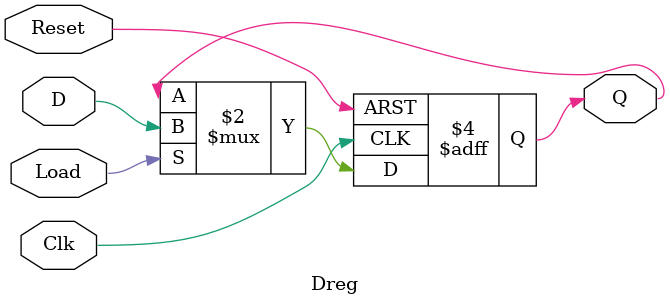
<source format=sv>

module Dreg ( input Clk, Load, Reset, D,
				  output logic Q );
				  
always_ff @ (posedge Clk or posedge Reset ) 
begin 
	if (Reset) 
		Q <= 1'b0;
	else if (Load) 
		Q <= D;
end

endmodule


</source>
